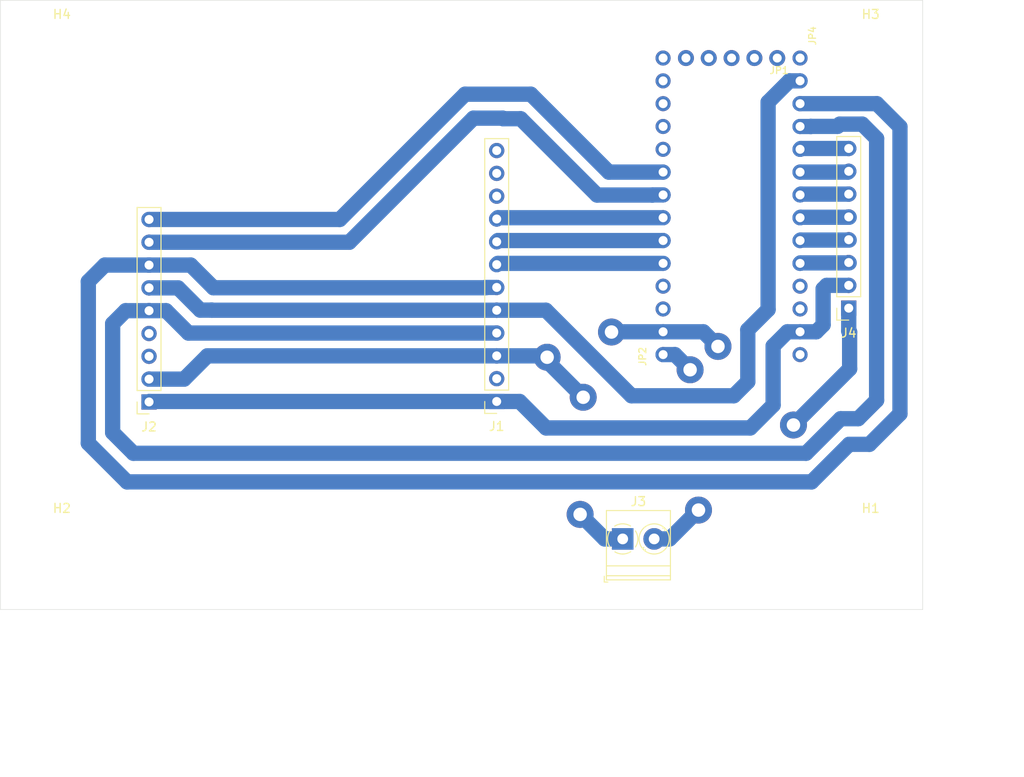
<source format=kicad_pcb>
(kicad_pcb (version 20171130) (host pcbnew 5.0.2-bee76a0~70~ubuntu18.04.1)

  (general
    (thickness 1.6)
    (drawings 7)
    (tracks 123)
    (zones 0)
    (modules 11)
    (nets 18)
  )

  (page A4)
  (layers
    (0 Top signal)
    (1 Route2 signal)
    (2 Route15 signal)
    (31 Bottom signal)
    (32 B.Adhes user)
    (33 F.Adhes user)
    (34 B.Paste user)
    (35 F.Paste user)
    (36 B.SilkS user)
    (37 F.SilkS user)
    (38 B.Mask user)
    (39 F.Mask user)
    (40 Dwgs.User user)
    (41 Cmts.User user)
    (42 Eco1.User user)
    (43 Eco2.User user)
    (44 Edge.Cuts user)
    (45 Margin user)
    (46 B.CrtYd user)
    (47 F.CrtYd user)
    (48 B.Fab user)
    (49 F.Fab user)
  )

  (setup
    (last_trace_width 1.7)
    (user_trace_width 1.7)
    (user_trace_width 3)
    (trace_clearance 0.2)
    (zone_clearance 0.508)
    (zone_45_only no)
    (trace_min 0.2)
    (segment_width 0.2)
    (edge_width 0.05)
    (via_size 0.8)
    (via_drill 0.4)
    (via_min_size 0.4)
    (via_min_drill 0.3)
    (user_via 3 1.5)
    (uvia_size 0.3)
    (uvia_drill 0.1)
    (uvias_allowed no)
    (uvia_min_size 0.2)
    (uvia_min_drill 0.1)
    (pcb_text_width 0.3)
    (pcb_text_size 1.5 1.5)
    (mod_edge_width 0.12)
    (mod_text_size 1 1)
    (mod_text_width 0.15)
    (pad_size 1.524 1.524)
    (pad_drill 0.762)
    (pad_to_mask_clearance 0.051)
    (solder_mask_min_width 0.25)
    (aux_axis_origin 0 0)
    (visible_elements FFFFFF7F)
    (pcbplotparams
      (layerselection 0x010fc_ffffffff)
      (usegerberextensions false)
      (usegerberattributes false)
      (usegerberadvancedattributes false)
      (creategerberjobfile false)
      (excludeedgelayer true)
      (linewidth 0.100000)
      (plotframeref false)
      (viasonmask false)
      (mode 1)
      (useauxorigin false)
      (hpglpennumber 1)
      (hpglpenspeed 20)
      (hpglpendiameter 15.000000)
      (psnegative false)
      (psa4output false)
      (plotreference true)
      (plotvalue true)
      (plotinvisibletext false)
      (padsonsilk false)
      (subtractmaskfromsilk false)
      (outputformat 1)
      (mirror false)
      (drillshape 0)
      (scaleselection 1)
      (outputdirectory "gerbs/"))
  )

  (net 0 "")
  (net 1 GND)
  (net 2 MOSI)
  (net 3 MISO)
  (net 4 SCK)
  (net 5 +3V3)
  (net 6 VBAT)
  (net 7 /A0)
  (net 8 /A1)
  (net 9 /A2)
  (net 10 /A3)
  (net 11 /A4)
  (net 12 /A5)
  (net 13 E_CS)
  (net 14 E_BUSY)
  (net 15 E_~RST)
  (net 16 L_CS)
  (net 17 L_RST)

  (net_class Default "This is the default net class."
    (clearance 0.2)
    (trace_width 0.25)
    (via_dia 0.8)
    (via_drill 0.4)
    (uvia_dia 0.3)
    (uvia_drill 0.1)
    (add_net +3V3)
    (add_net /A0)
    (add_net /A1)
    (add_net /A2)
    (add_net /A3)
    (add_net /A4)
    (add_net /A5)
    (add_net E_BUSY)
    (add_net E_CS)
    (add_net E_~RST)
    (add_net GND)
    (add_net L_CS)
    (add_net L_RST)
    (add_net MISO)
    (add_net MOSI)
    (add_net SCK)
    (add_net VBAT)
  )

  (module ib4:1X14_ROUND70 (layer Top) (tedit 0) (tstamp 5D9266CF)
    (at 105.9942 50.1015 90)
    (path /FA93C76E)
    (fp_text reference JP2 (at -17.8562 -1.8288 90) (layer F.SilkS)
      (effects (font (size 0.77216 0.77216) (thickness 0.138988)) (justify left bottom))
    )
    (fp_text value HEADER-1X14 (at -17.78 3.175 90) (layer F.Fab)
      (effects (font (size 0.38608 0.38608) (thickness 0.038608)) (justify left bottom))
    )
    (fp_poly (pts (xy 16.256 0.254) (xy 16.764 0.254) (xy 16.764 -0.254) (xy 16.256 -0.254)) (layer F.Fab) (width 0))
    (fp_poly (pts (xy 13.716 0.254) (xy 14.224 0.254) (xy 14.224 -0.254) (xy 13.716 -0.254)) (layer F.Fab) (width 0))
    (fp_poly (pts (xy 11.176 0.254) (xy 11.684 0.254) (xy 11.684 -0.254) (xy 11.176 -0.254)) (layer F.Fab) (width 0))
    (fp_poly (pts (xy 8.636 0.254) (xy 9.144 0.254) (xy 9.144 -0.254) (xy 8.636 -0.254)) (layer F.Fab) (width 0))
    (fp_poly (pts (xy 6.096 0.254) (xy 6.604 0.254) (xy 6.604 -0.254) (xy 6.096 -0.254)) (layer F.Fab) (width 0))
    (fp_poly (pts (xy -16.764 0.254) (xy -16.256 0.254) (xy -16.256 -0.254) (xy -16.764 -0.254)) (layer F.Fab) (width 0))
    (fp_poly (pts (xy -14.224 0.254) (xy -13.716 0.254) (xy -13.716 -0.254) (xy -14.224 -0.254)) (layer F.Fab) (width 0))
    (fp_poly (pts (xy -11.684 0.254) (xy -11.176 0.254) (xy -11.176 -0.254) (xy -11.684 -0.254)) (layer F.Fab) (width 0))
    (fp_poly (pts (xy -9.144 0.254) (xy -8.636 0.254) (xy -8.636 -0.254) (xy -9.144 -0.254)) (layer F.Fab) (width 0))
    (fp_poly (pts (xy -6.604 0.254) (xy -6.096 0.254) (xy -6.096 -0.254) (xy -6.604 -0.254)) (layer F.Fab) (width 0))
    (fp_poly (pts (xy -4.064 0.254) (xy -3.556 0.254) (xy -3.556 -0.254) (xy -4.064 -0.254)) (layer F.Fab) (width 0))
    (fp_poly (pts (xy -1.524 0.254) (xy -1.016 0.254) (xy -1.016 -0.254) (xy -1.524 -0.254)) (layer F.Fab) (width 0))
    (fp_poly (pts (xy 1.016 0.254) (xy 1.524 0.254) (xy 1.524 -0.254) (xy 1.016 -0.254)) (layer F.Fab) (width 0))
    (fp_poly (pts (xy 3.556 0.254) (xy 4.064 0.254) (xy 4.064 -0.254) (xy 3.556 -0.254)) (layer F.Fab) (width 0))
    (fp_line (start -17.78 -0.635) (end -17.78 0.635) (layer F.Fab) (width 0.2032))
    (pad 14 thru_hole circle (at 16.51 0 180) (size 1.6764 1.6764) (drill 1) (layers *.Cu *.Mask)
      (solder_mask_margin 0.0508))
    (pad 13 thru_hole circle (at 13.97 0 180) (size 1.6764 1.6764) (drill 1) (layers *.Cu *.Mask)
      (solder_mask_margin 0.0508))
    (pad 12 thru_hole circle (at 11.43 0 180) (size 1.6764 1.6764) (drill 1) (layers *.Cu *.Mask)
      (solder_mask_margin 0.0508))
    (pad 11 thru_hole circle (at 8.89 0 180) (size 1.6764 1.6764) (drill 1) (layers *.Cu *.Mask)
      (solder_mask_margin 0.0508))
    (pad 10 thru_hole circle (at 6.35 0 180) (size 1.6764 1.6764) (drill 1) (layers *.Cu *.Mask)
      (solder_mask_margin 0.0508))
    (pad 9 thru_hole circle (at 3.81 0 180) (size 1.6764 1.6764) (drill 1) (layers *.Cu *.Mask)
      (net 17 L_RST) (solder_mask_margin 0.0508))
    (pad 8 thru_hole circle (at 1.27 0 180) (size 1.6764 1.6764) (drill 1) (layers *.Cu *.Mask)
      (net 16 L_CS) (solder_mask_margin 0.0508))
    (pad 7 thru_hole circle (at -1.27 0 180) (size 1.6764 1.6764) (drill 1) (layers *.Cu *.Mask)
      (net 15 E_~RST) (solder_mask_margin 0.0508))
    (pad 6 thru_hole circle (at -3.81 0 180) (size 1.6764 1.6764) (drill 1) (layers *.Cu *.Mask)
      (net 14 E_BUSY) (solder_mask_margin 0.0508))
    (pad 5 thru_hole circle (at -6.35 0 180) (size 1.6764 1.6764) (drill 1) (layers *.Cu *.Mask)
      (net 13 E_CS) (solder_mask_margin 0.0508))
    (pad 4 thru_hole circle (at -8.89 0 180) (size 1.6764 1.6764) (drill 1) (layers *.Cu *.Mask)
      (solder_mask_margin 0.0508))
    (pad 3 thru_hole circle (at -11.43 0 180) (size 1.6764 1.6764) (drill 1) (layers *.Cu *.Mask)
      (solder_mask_margin 0.0508))
    (pad 2 thru_hole circle (at -13.97 0 180) (size 1.6764 1.6764) (drill 1) (layers *.Cu *.Mask)
      (net 1 GND) (solder_mask_margin 0.0508))
    (pad 1 thru_hole circle (at -16.51 0 180) (size 1.6764 1.6764) (drill 1) (layers *.Cu *.Mask)
      (net 6 VBAT) (solder_mask_margin 0.0508))
  )

  (module ib4:1X14_ROUND70 (layer Top) (tedit 0) (tstamp 5D92666F)
    (at 121.2342 50.1015 270)
    (path /47274FB3)
    (fp_text reference JP4 (at -17.8562 -1.8288 90) (layer F.SilkS)
      (effects (font (size 0.77216 0.77216) (thickness 0.138988)) (justify left bottom))
    )
    (fp_text value HEADER-1X14 (at -17.78 3.175 90) (layer F.Fab)
      (effects (font (size 0.38608 0.38608) (thickness 0.038608)) (justify left bottom))
    )
    (fp_poly (pts (xy 16.256 0.254) (xy 16.764 0.254) (xy 16.764 -0.254) (xy 16.256 -0.254)) (layer F.Fab) (width 0))
    (fp_poly (pts (xy 13.716 0.254) (xy 14.224 0.254) (xy 14.224 -0.254) (xy 13.716 -0.254)) (layer F.Fab) (width 0))
    (fp_poly (pts (xy 11.176 0.254) (xy 11.684 0.254) (xy 11.684 -0.254) (xy 11.176 -0.254)) (layer F.Fab) (width 0))
    (fp_poly (pts (xy 8.636 0.254) (xy 9.144 0.254) (xy 9.144 -0.254) (xy 8.636 -0.254)) (layer F.Fab) (width 0))
    (fp_poly (pts (xy 6.096 0.254) (xy 6.604 0.254) (xy 6.604 -0.254) (xy 6.096 -0.254)) (layer F.Fab) (width 0))
    (fp_poly (pts (xy -16.764 0.254) (xy -16.256 0.254) (xy -16.256 -0.254) (xy -16.764 -0.254)) (layer F.Fab) (width 0))
    (fp_poly (pts (xy -14.224 0.254) (xy -13.716 0.254) (xy -13.716 -0.254) (xy -14.224 -0.254)) (layer F.Fab) (width 0))
    (fp_poly (pts (xy -11.684 0.254) (xy -11.176 0.254) (xy -11.176 -0.254) (xy -11.684 -0.254)) (layer F.Fab) (width 0))
    (fp_poly (pts (xy -9.144 0.254) (xy -8.636 0.254) (xy -8.636 -0.254) (xy -9.144 -0.254)) (layer F.Fab) (width 0))
    (fp_poly (pts (xy -6.604 0.254) (xy -6.096 0.254) (xy -6.096 -0.254) (xy -6.604 -0.254)) (layer F.Fab) (width 0))
    (fp_poly (pts (xy -4.064 0.254) (xy -3.556 0.254) (xy -3.556 -0.254) (xy -4.064 -0.254)) (layer F.Fab) (width 0))
    (fp_poly (pts (xy -1.524 0.254) (xy -1.016 0.254) (xy -1.016 -0.254) (xy -1.524 -0.254)) (layer F.Fab) (width 0))
    (fp_poly (pts (xy 1.016 0.254) (xy 1.524 0.254) (xy 1.524 -0.254) (xy 1.016 -0.254)) (layer F.Fab) (width 0))
    (fp_poly (pts (xy 3.556 0.254) (xy 4.064 0.254) (xy 4.064 -0.254) (xy 3.556 -0.254)) (layer F.Fab) (width 0))
    (fp_line (start -17.78 -0.635) (end -17.78 0.635) (layer F.Fab) (width 0.2032))
    (pad 14 thru_hole circle (at 16.51 0) (size 1.6764 1.6764) (drill 1) (layers *.Cu *.Mask)
      (solder_mask_margin 0.0508))
    (pad 13 thru_hole circle (at 13.97 0) (size 1.6764 1.6764) (drill 1) (layers *.Cu *.Mask)
      (net 5 +3V3) (solder_mask_margin 0.0508))
    (pad 12 thru_hole circle (at 11.43 0) (size 1.6764 1.6764) (drill 1) (layers *.Cu *.Mask)
      (solder_mask_margin 0.0508))
    (pad 11 thru_hole circle (at 8.89 0) (size 1.6764 1.6764) (drill 1) (layers *.Cu *.Mask)
      (solder_mask_margin 0.0508))
    (pad 10 thru_hole circle (at 6.35 0) (size 1.6764 1.6764) (drill 1) (layers *.Cu *.Mask)
      (net 7 /A0) (solder_mask_margin 0.0508))
    (pad 9 thru_hole circle (at 3.81 0) (size 1.6764 1.6764) (drill 1) (layers *.Cu *.Mask)
      (net 8 /A1) (solder_mask_margin 0.0508))
    (pad 8 thru_hole circle (at 1.27 0) (size 1.6764 1.6764) (drill 1) (layers *.Cu *.Mask)
      (net 9 /A2) (solder_mask_margin 0.0508))
    (pad 7 thru_hole circle (at -1.27 0) (size 1.6764 1.6764) (drill 1) (layers *.Cu *.Mask)
      (net 10 /A3) (solder_mask_margin 0.0508))
    (pad 6 thru_hole circle (at -3.81 0) (size 1.6764 1.6764) (drill 1) (layers *.Cu *.Mask)
      (net 11 /A4) (solder_mask_margin 0.0508))
    (pad 5 thru_hole circle (at -6.35 0) (size 1.6764 1.6764) (drill 1) (layers *.Cu *.Mask)
      (net 12 /A5) (solder_mask_margin 0.0508))
    (pad 4 thru_hole circle (at -8.89 0) (size 1.6764 1.6764) (drill 1) (layers *.Cu *.Mask)
      (net 4 SCK) (solder_mask_margin 0.0508))
    (pad 3 thru_hole circle (at -11.43 0) (size 1.6764 1.6764) (drill 1) (layers *.Cu *.Mask)
      (net 2 MOSI) (solder_mask_margin 0.0508))
    (pad 2 thru_hole circle (at -13.97 0) (size 1.6764 1.6764) (drill 1) (layers *.Cu *.Mask)
      (net 3 MISO) (solder_mask_margin 0.0508))
    (pad 1 thru_hole circle (at -16.51 0) (size 1.6764 1.6764) (drill 1) (layers *.Cu *.Mask)
      (solder_mask_margin 0.0508))
  )

  (module ib4:1X05_ROUND_70 (layer Top) (tedit 0) (tstamp 5D926633)
    (at 113.6142 33.5915 180)
    (path /2F430EF2)
    (fp_text reference JP1 (at -6.4262 -1.8288) (layer F.SilkS)
      (effects (font (size 0.77216 0.77216) (thickness 0.138988)) (justify right bottom))
    )
    (fp_text value HEADER-1X570MIL (at -6.35 3.175) (layer F.Fab)
      (effects (font (size 0.38608 0.38608) (thickness 0.038608)) (justify right bottom))
    )
    (fp_poly (pts (xy 4.826 0.254) (xy 5.334 0.254) (xy 5.334 -0.254) (xy 4.826 -0.254)) (layer F.Fab) (width 0))
    (fp_poly (pts (xy -5.334 0.254) (xy -4.826 0.254) (xy -4.826 -0.254) (xy -5.334 -0.254)) (layer F.Fab) (width 0))
    (fp_poly (pts (xy -2.794 0.254) (xy -2.286 0.254) (xy -2.286 -0.254) (xy -2.794 -0.254)) (layer F.Fab) (width 0))
    (fp_poly (pts (xy -0.254 0.254) (xy 0.254 0.254) (xy 0.254 -0.254) (xy -0.254 -0.254)) (layer F.Fab) (width 0))
    (fp_poly (pts (xy 2.286 0.254) (xy 2.794 0.254) (xy 2.794 -0.254) (xy 2.286 -0.254)) (layer F.Fab) (width 0))
    (fp_line (start -6.35 -0.635) (end -6.35 0.635) (layer F.Fab) (width 0.2032))
    (pad 5 thru_hole circle (at 5.08 0 270) (size 1.778 1.778) (drill 1) (layers *.Cu *.Mask)
      (solder_mask_margin 0.0508))
    (pad 4 thru_hole circle (at 2.54 0 270) (size 1.778 1.778) (drill 1) (layers *.Cu *.Mask)
      (solder_mask_margin 0.0508))
    (pad 3 thru_hole circle (at 0 0 270) (size 1.778 1.778) (drill 1) (layers *.Cu *.Mask)
      (solder_mask_margin 0.0508))
    (pad 2 thru_hole circle (at -2.54 0 270) (size 1.778 1.778) (drill 1) (layers *.Cu *.Mask)
      (solder_mask_margin 0.0508))
    (pad 1 thru_hole circle (at -5.08 0 270) (size 1.778 1.778) (drill 1) (layers *.Cu *.Mask)
      (solder_mask_margin 0.0508))
  )

  (module Connector_PinSocket_2.54mm:PinSocket_1x12_P2.54mm_Vertical (layer Top) (tedit 5A19A41D) (tstamp 5D925CD2)
    (at 87.4776 71.8312 180)
    (descr "Through hole straight socket strip, 1x12, 2.54mm pitch, single row (from Kicad 4.0.7), script generated")
    (tags "Through hole socket strip THT 1x12 2.54mm single row")
    (path /5D953D46)
    (fp_text reference J1 (at 0 -2.77) (layer F.SilkS)
      (effects (font (size 1 1) (thickness 0.15)))
    )
    (fp_text value Conn_01x12_Female (at 0 30.71) (layer F.Fab)
      (effects (font (size 1 1) (thickness 0.15)))
    )
    (fp_line (start -1.27 -1.27) (end 0.635 -1.27) (layer F.Fab) (width 0.1))
    (fp_line (start 0.635 -1.27) (end 1.27 -0.635) (layer F.Fab) (width 0.1))
    (fp_line (start 1.27 -0.635) (end 1.27 29.21) (layer F.Fab) (width 0.1))
    (fp_line (start 1.27 29.21) (end -1.27 29.21) (layer F.Fab) (width 0.1))
    (fp_line (start -1.27 29.21) (end -1.27 -1.27) (layer F.Fab) (width 0.1))
    (fp_line (start -1.33 1.27) (end 1.33 1.27) (layer F.SilkS) (width 0.12))
    (fp_line (start -1.33 1.27) (end -1.33 29.27) (layer F.SilkS) (width 0.12))
    (fp_line (start -1.33 29.27) (end 1.33 29.27) (layer F.SilkS) (width 0.12))
    (fp_line (start 1.33 1.27) (end 1.33 29.27) (layer F.SilkS) (width 0.12))
    (fp_line (start 1.33 -1.33) (end 1.33 0) (layer F.SilkS) (width 0.12))
    (fp_line (start 0 -1.33) (end 1.33 -1.33) (layer F.SilkS) (width 0.12))
    (fp_line (start -1.8 -1.8) (end 1.75 -1.8) (layer F.CrtYd) (width 0.05))
    (fp_line (start 1.75 -1.8) (end 1.75 29.7) (layer F.CrtYd) (width 0.05))
    (fp_line (start 1.75 29.7) (end -1.8 29.7) (layer F.CrtYd) (width 0.05))
    (fp_line (start -1.8 29.7) (end -1.8 -1.8) (layer F.CrtYd) (width 0.05))
    (fp_text user %R (at 0 13.97 90) (layer F.Fab)
      (effects (font (size 1 1) (thickness 0.15)))
    )
    (pad 1 thru_hole rect (at 0 0 180) (size 1.7 1.7) (drill 1) (layers *.Cu *.Mask)
      (net 5 +3V3))
    (pad 2 thru_hole oval (at 0 2.54 180) (size 1.7 1.7) (drill 1) (layers *.Cu *.Mask))
    (pad 3 thru_hole oval (at 0 5.08 180) (size 1.7 1.7) (drill 1) (layers *.Cu *.Mask)
      (net 1 GND))
    (pad 4 thru_hole oval (at 0 7.62 180) (size 1.7 1.7) (drill 1) (layers *.Cu *.Mask)
      (net 4 SCK))
    (pad 5 thru_hole oval (at 0 10.16 180) (size 1.7 1.7) (drill 1) (layers *.Cu *.Mask)
      (net 3 MISO))
    (pad 6 thru_hole oval (at 0 12.7 180) (size 1.7 1.7) (drill 1) (layers *.Cu *.Mask)
      (net 2 MOSI))
    (pad 7 thru_hole oval (at 0 15.24 180) (size 1.7 1.7) (drill 1) (layers *.Cu *.Mask)
      (net 13 E_CS))
    (pad 8 thru_hole oval (at 0 17.78 180) (size 1.7 1.7) (drill 1) (layers *.Cu *.Mask)
      (net 14 E_BUSY))
    (pad 9 thru_hole oval (at 0 20.32 180) (size 1.7 1.7) (drill 1) (layers *.Cu *.Mask)
      (net 15 E_~RST))
    (pad 10 thru_hole oval (at 0 22.86 180) (size 1.7 1.7) (drill 1) (layers *.Cu *.Mask))
    (pad 11 thru_hole oval (at 0 25.4 180) (size 1.7 1.7) (drill 1) (layers *.Cu *.Mask))
    (pad 12 thru_hole oval (at 0 27.94 180) (size 1.7 1.7) (drill 1) (layers *.Cu *.Mask))
    (model ${KISYS3DMOD}/Connector_PinSocket_2.54mm.3dshapes/PinSocket_1x12_P2.54mm_Vertical.wrl
      (at (xyz 0 0 0))
      (scale (xyz 1 1 1))
      (rotate (xyz 0 0 0))
    )
  )

  (module Connector_PinSocket_2.54mm:PinSocket_1x09_P2.54mm_Vertical (layer Top) (tedit 5A19A431) (tstamp 5D926278)
    (at 48.7934 71.882 180)
    (descr "Through hole straight socket strip, 1x09, 2.54mm pitch, single row (from Kicad 4.0.7), script generated")
    (tags "Through hole socket strip THT 1x09 2.54mm single row")
    (path /5D954A56)
    (fp_text reference J2 (at 0 -2.77) (layer F.SilkS)
      (effects (font (size 1 1) (thickness 0.15)))
    )
    (fp_text value Conn_01x09_Female (at 0 23.09) (layer F.Fab)
      (effects (font (size 1 1) (thickness 0.15)))
    )
    (fp_line (start -1.27 -1.27) (end 0.635 -1.27) (layer F.Fab) (width 0.1))
    (fp_line (start 0.635 -1.27) (end 1.27 -0.635) (layer F.Fab) (width 0.1))
    (fp_line (start 1.27 -0.635) (end 1.27 21.59) (layer F.Fab) (width 0.1))
    (fp_line (start 1.27 21.59) (end -1.27 21.59) (layer F.Fab) (width 0.1))
    (fp_line (start -1.27 21.59) (end -1.27 -1.27) (layer F.Fab) (width 0.1))
    (fp_line (start -1.33 1.27) (end 1.33 1.27) (layer F.SilkS) (width 0.12))
    (fp_line (start -1.33 1.27) (end -1.33 21.65) (layer F.SilkS) (width 0.12))
    (fp_line (start -1.33 21.65) (end 1.33 21.65) (layer F.SilkS) (width 0.12))
    (fp_line (start 1.33 1.27) (end 1.33 21.65) (layer F.SilkS) (width 0.12))
    (fp_line (start 1.33 -1.33) (end 1.33 0) (layer F.SilkS) (width 0.12))
    (fp_line (start 0 -1.33) (end 1.33 -1.33) (layer F.SilkS) (width 0.12))
    (fp_line (start -1.8 -1.8) (end 1.75 -1.8) (layer F.CrtYd) (width 0.05))
    (fp_line (start 1.75 -1.8) (end 1.75 22.1) (layer F.CrtYd) (width 0.05))
    (fp_line (start 1.75 22.1) (end -1.8 22.1) (layer F.CrtYd) (width 0.05))
    (fp_line (start -1.8 22.1) (end -1.8 -1.8) (layer F.CrtYd) (width 0.05))
    (fp_text user %R (at 0 10.16 90) (layer F.Fab)
      (effects (font (size 1 1) (thickness 0.15)))
    )
    (pad 1 thru_hole rect (at 0 0 180) (size 1.7 1.7) (drill 1) (layers *.Cu *.Mask)
      (net 5 +3V3))
    (pad 2 thru_hole oval (at 0 2.54 180) (size 1.7 1.7) (drill 1) (layers *.Cu *.Mask)
      (net 1 GND))
    (pad 3 thru_hole oval (at 0 5.08 180) (size 1.7 1.7) (drill 1) (layers *.Cu *.Mask))
    (pad 4 thru_hole oval (at 0 7.62 180) (size 1.7 1.7) (drill 1) (layers *.Cu *.Mask))
    (pad 5 thru_hole oval (at 0 10.16 180) (size 1.7 1.7) (drill 1) (layers *.Cu *.Mask)
      (net 4 SCK))
    (pad 6 thru_hole oval (at 0 12.7 180) (size 1.7 1.7) (drill 1) (layers *.Cu *.Mask)
      (net 3 MISO))
    (pad 7 thru_hole oval (at 0 15.24 180) (size 1.7 1.7) (drill 1) (layers *.Cu *.Mask)
      (net 2 MOSI))
    (pad 8 thru_hole oval (at 0 17.78 180) (size 1.7 1.7) (drill 1) (layers *.Cu *.Mask)
      (net 16 L_CS))
    (pad 9 thru_hole oval (at 0 20.32 180) (size 1.7 1.7) (drill 1) (layers *.Cu *.Mask)
      (net 17 L_RST))
    (model ${KISYS3DMOD}/Connector_PinSocket_2.54mm.3dshapes/PinSocket_1x09_P2.54mm_Vertical.wrl
      (at (xyz 0 0 0))
      (scale (xyz 1 1 1))
      (rotate (xyz 0 0 0))
    )
  )

  (module TerminalBlock_Phoenix:TerminalBlock_Phoenix_PT-1,5-2-3.5-H_1x02_P3.50mm_Horizontal (layer Top) (tedit 5B294F3F) (tstamp 5D926CC6)
    (at 101.4984 87.1347)
    (descr "Terminal Block Phoenix PT-1,5-2-3.5-H, 2 pins, pitch 3.5mm, size 7x7.6mm^2, drill diamater 1.2mm, pad diameter 2.4mm, see , script-generated using https://github.com/pointhi/kicad-footprint-generator/scripts/TerminalBlock_Phoenix")
    (tags "THT Terminal Block Phoenix PT-1,5-2-3.5-H pitch 3.5mm size 7x7.6mm^2 drill 1.2mm pad 2.4mm")
    (path /5D992817)
    (fp_text reference J3 (at 1.75 -4.16) (layer F.SilkS)
      (effects (font (size 1 1) (thickness 0.15)))
    )
    (fp_text value Screw_Terminal_01x02 (at 1.75 5.56) (layer F.Fab)
      (effects (font (size 1 1) (thickness 0.15)))
    )
    (fp_arc (start 0 0) (end 0 1.68) (angle -32) (layer F.SilkS) (width 0.12))
    (fp_arc (start 0 0) (end 1.425 0.891) (angle -64) (layer F.SilkS) (width 0.12))
    (fp_arc (start 0 0) (end 0.866 -1.44) (angle -63) (layer F.SilkS) (width 0.12))
    (fp_arc (start 0 0) (end -1.44 -0.866) (angle -63) (layer F.SilkS) (width 0.12))
    (fp_arc (start 0 0) (end -0.866 1.44) (angle -32) (layer F.SilkS) (width 0.12))
    (fp_circle (center 0 0) (end 1.5 0) (layer F.Fab) (width 0.1))
    (fp_circle (center 3.5 0) (end 5 0) (layer F.Fab) (width 0.1))
    (fp_circle (center 3.5 0) (end 5.18 0) (layer F.SilkS) (width 0.12))
    (fp_line (start -1.75 -3.1) (end 5.25 -3.1) (layer F.Fab) (width 0.1))
    (fp_line (start 5.25 -3.1) (end 5.25 4.5) (layer F.Fab) (width 0.1))
    (fp_line (start 5.25 4.5) (end -1.35 4.5) (layer F.Fab) (width 0.1))
    (fp_line (start -1.35 4.5) (end -1.75 4.1) (layer F.Fab) (width 0.1))
    (fp_line (start -1.75 4.1) (end -1.75 -3.1) (layer F.Fab) (width 0.1))
    (fp_line (start -1.75 4.1) (end 5.25 4.1) (layer F.Fab) (width 0.1))
    (fp_line (start -1.81 4.1) (end 5.31 4.1) (layer F.SilkS) (width 0.12))
    (fp_line (start -1.75 3) (end 5.25 3) (layer F.Fab) (width 0.1))
    (fp_line (start -1.81 3) (end 5.31 3) (layer F.SilkS) (width 0.12))
    (fp_line (start -1.81 -3.16) (end 5.31 -3.16) (layer F.SilkS) (width 0.12))
    (fp_line (start -1.81 4.56) (end 5.31 4.56) (layer F.SilkS) (width 0.12))
    (fp_line (start -1.81 -3.16) (end -1.81 4.56) (layer F.SilkS) (width 0.12))
    (fp_line (start 5.31 -3.16) (end 5.31 4.56) (layer F.SilkS) (width 0.12))
    (fp_line (start 1.138 -0.955) (end -0.955 1.138) (layer F.Fab) (width 0.1))
    (fp_line (start 0.955 -1.138) (end -1.138 0.955) (layer F.Fab) (width 0.1))
    (fp_line (start 4.638 -0.955) (end 2.546 1.138) (layer F.Fab) (width 0.1))
    (fp_line (start 4.455 -1.138) (end 2.363 0.955) (layer F.Fab) (width 0.1))
    (fp_line (start 4.775 -1.069) (end 4.646 -0.941) (layer F.SilkS) (width 0.12))
    (fp_line (start 2.525 1.181) (end 2.431 1.274) (layer F.SilkS) (width 0.12))
    (fp_line (start 4.57 -1.275) (end 4.476 -1.181) (layer F.SilkS) (width 0.12))
    (fp_line (start 2.355 0.941) (end 2.226 1.069) (layer F.SilkS) (width 0.12))
    (fp_line (start -2.05 4.16) (end -2.05 4.8) (layer F.SilkS) (width 0.12))
    (fp_line (start -2.05 4.8) (end -1.65 4.8) (layer F.SilkS) (width 0.12))
    (fp_line (start -2.25 -3.6) (end -2.25 5) (layer F.CrtYd) (width 0.05))
    (fp_line (start -2.25 5) (end 5.75 5) (layer F.CrtYd) (width 0.05))
    (fp_line (start 5.75 5) (end 5.75 -3.6) (layer F.CrtYd) (width 0.05))
    (fp_line (start 5.75 -3.6) (end -2.25 -3.6) (layer F.CrtYd) (width 0.05))
    (fp_text user %R (at 1.75 2.4) (layer F.Fab)
      (effects (font (size 1 1) (thickness 0.15)))
    )
    (pad 1 thru_hole rect (at 0 0) (size 2.4 2.4) (drill 1.2) (layers *.Cu *.Mask)
      (net 1 GND))
    (pad 2 thru_hole circle (at 3.5 0) (size 2.4 2.4) (drill 1.2) (layers *.Cu *.Mask)
      (net 6 VBAT))
    (model ${KISYS3DMOD}/TerminalBlock_Phoenix.3dshapes/TerminalBlock_Phoenix_PT-1,5-2-3.5-H_1x02_P3.50mm_Horizontal.wrl
      (at (xyz 0 0 0))
      (scale (xyz 1 1 1))
      (rotate (xyz 0 0 0))
    )
  )

  (module MountingHole:MountingHole_2.7mm_M2.5 (layer Top) (tedit 56D1B4CB) (tstamp 5D926E2D)
    (at 129.0906 87.4231)
    (descr "Mounting Hole 2.7mm, no annular, M2.5")
    (tags "mounting hole 2.7mm no annular m2.5")
    (path /5D99EBDD)
    (attr virtual)
    (fp_text reference H1 (at 0 -3.7) (layer F.SilkS)
      (effects (font (size 1 1) (thickness 0.15)))
    )
    (fp_text value MountingHole (at 0 3.7) (layer F.Fab)
      (effects (font (size 1 1) (thickness 0.15)))
    )
    (fp_text user %R (at 0.3 0) (layer F.Fab)
      (effects (font (size 1 1) (thickness 0.15)))
    )
    (fp_circle (center 0 0) (end 2.7 0) (layer Cmts.User) (width 0.15))
    (fp_circle (center 0 0) (end 2.95 0) (layer F.CrtYd) (width 0.05))
    (pad 1 np_thru_hole circle (at 0 0) (size 2.7 2.7) (drill 2.7) (layers *.Cu *.Mask))
  )

  (module MountingHole:MountingHole_2.7mm_M2.5 (layer Top) (tedit 56D1B4CB) (tstamp 5D926E42)
    (at 39.0906 87.4231)
    (descr "Mounting Hole 2.7mm, no annular, M2.5")
    (tags "mounting hole 2.7mm no annular m2.5")
    (path /5D99FC38)
    (attr virtual)
    (fp_text reference H2 (at 0 -3.7) (layer F.SilkS)
      (effects (font (size 1 1) (thickness 0.15)))
    )
    (fp_text value MountingHole (at 0 3.7) (layer F.Fab)
      (effects (font (size 1 1) (thickness 0.15)))
    )
    (fp_circle (center 0 0) (end 2.95 0) (layer F.CrtYd) (width 0.05))
    (fp_circle (center 0 0) (end 2.7 0) (layer Cmts.User) (width 0.15))
    (fp_text user %R (at 0.3 0) (layer F.Fab)
      (effects (font (size 1 1) (thickness 0.15)))
    )
    (pad 1 np_thru_hole circle (at 0 0) (size 2.7 2.7) (drill 2.7) (layers *.Cu *.Mask))
  )

  (module MountingHole:MountingHole_2.7mm_M2.5 (layer Top) (tedit 56D1B4CB) (tstamp 5D926E6C)
    (at 129.0906 32.4231)
    (descr "Mounting Hole 2.7mm, no annular, M2.5")
    (tags "mounting hole 2.7mm no annular m2.5")
    (path /5D99FE70)
    (attr virtual)
    (fp_text reference H3 (at 0 -3.7) (layer F.SilkS)
      (effects (font (size 1 1) (thickness 0.15)))
    )
    (fp_text value MountingHole (at 0 3.7) (layer F.Fab)
      (effects (font (size 1 1) (thickness 0.15)))
    )
    (fp_text user %R (at 0.3 0) (layer F.Fab)
      (effects (font (size 1 1) (thickness 0.15)))
    )
    (fp_circle (center 0 0) (end 2.7 0) (layer Cmts.User) (width 0.15))
    (fp_circle (center 0 0) (end 2.95 0) (layer F.CrtYd) (width 0.05))
    (pad 1 np_thru_hole circle (at 0 0) (size 2.7 2.7) (drill 2.7) (layers *.Cu *.Mask))
  )

  (module MountingHole:MountingHole_2.7mm_M2.5 (layer Top) (tedit 56D1B4CB) (tstamp 5D926E57)
    (at 39.0906 32.4231)
    (descr "Mounting Hole 2.7mm, no annular, M2.5")
    (tags "mounting hole 2.7mm no annular m2.5")
    (path /5D99FFF4)
    (attr virtual)
    (fp_text reference H4 (at 0 -3.7) (layer F.SilkS)
      (effects (font (size 1 1) (thickness 0.15)))
    )
    (fp_text value MountingHole (at 0 3.7) (layer F.Fab)
      (effects (font (size 1 1) (thickness 0.15)))
    )
    (fp_circle (center 0 0) (end 2.95 0) (layer F.CrtYd) (width 0.05))
    (fp_circle (center 0 0) (end 2.7 0) (layer Cmts.User) (width 0.15))
    (fp_text user %R (at 0.3 0) (layer F.Fab)
      (effects (font (size 1 1) (thickness 0.15)))
    )
    (pad 1 np_thru_hole circle (at 0 0) (size 2.7 2.7) (drill 2.7) (layers *.Cu *.Mask))
  )

  (module Connector_PinSocket_2.54mm:PinSocket_1x08_P2.54mm_Vertical (layer Top) (tedit 5A19A420) (tstamp 5D9274CE)
    (at 126.65 61.44 180)
    (descr "Through hole straight socket strip, 1x08, 2.54mm pitch, single row (from Kicad 4.0.7), script generated")
    (tags "Through hole socket strip THT 1x08 2.54mm single row")
    (path /5D9A8981)
    (fp_text reference J4 (at 0 -2.77) (layer F.SilkS)
      (effects (font (size 1 1) (thickness 0.15)))
    )
    (fp_text value Conn_01x08_Female (at 0 20.55) (layer F.Fab)
      (effects (font (size 1 1) (thickness 0.15)))
    )
    (fp_line (start -1.27 -1.27) (end 0.635 -1.27) (layer F.Fab) (width 0.1))
    (fp_line (start 0.635 -1.27) (end 1.27 -0.635) (layer F.Fab) (width 0.1))
    (fp_line (start 1.27 -0.635) (end 1.27 19.05) (layer F.Fab) (width 0.1))
    (fp_line (start 1.27 19.05) (end -1.27 19.05) (layer F.Fab) (width 0.1))
    (fp_line (start -1.27 19.05) (end -1.27 -1.27) (layer F.Fab) (width 0.1))
    (fp_line (start -1.33 1.27) (end 1.33 1.27) (layer F.SilkS) (width 0.12))
    (fp_line (start -1.33 1.27) (end -1.33 19.11) (layer F.SilkS) (width 0.12))
    (fp_line (start -1.33 19.11) (end 1.33 19.11) (layer F.SilkS) (width 0.12))
    (fp_line (start 1.33 1.27) (end 1.33 19.11) (layer F.SilkS) (width 0.12))
    (fp_line (start 1.33 -1.33) (end 1.33 0) (layer F.SilkS) (width 0.12))
    (fp_line (start 0 -1.33) (end 1.33 -1.33) (layer F.SilkS) (width 0.12))
    (fp_line (start -1.8 -1.8) (end 1.75 -1.8) (layer F.CrtYd) (width 0.05))
    (fp_line (start 1.75 -1.8) (end 1.75 19.55) (layer F.CrtYd) (width 0.05))
    (fp_line (start 1.75 19.55) (end -1.8 19.55) (layer F.CrtYd) (width 0.05))
    (fp_line (start -1.8 19.55) (end -1.8 -1.8) (layer F.CrtYd) (width 0.05))
    (fp_text user %R (at 0 8.89 180) (layer F.Fab)
      (effects (font (size 1 1) (thickness 0.15)))
    )
    (pad 1 thru_hole rect (at 0 0 180) (size 1.7 1.7) (drill 1) (layers *.Cu *.Mask)
      (net 1 GND))
    (pad 2 thru_hole oval (at 0 2.54 180) (size 1.7 1.7) (drill 1) (layers *.Cu *.Mask)
      (net 5 +3V3))
    (pad 3 thru_hole oval (at 0 5.08 180) (size 1.7 1.7) (drill 1) (layers *.Cu *.Mask)
      (net 7 /A0))
    (pad 4 thru_hole oval (at 0 7.62 180) (size 1.7 1.7) (drill 1) (layers *.Cu *.Mask)
      (net 8 /A1))
    (pad 5 thru_hole oval (at 0 10.16 180) (size 1.7 1.7) (drill 1) (layers *.Cu *.Mask)
      (net 9 /A2))
    (pad 6 thru_hole oval (at 0 12.7 180) (size 1.7 1.7) (drill 1) (layers *.Cu *.Mask)
      (net 10 /A3))
    (pad 7 thru_hole oval (at 0 15.24 180) (size 1.7 1.7) (drill 1) (layers *.Cu *.Mask)
      (net 11 /A4))
    (pad 8 thru_hole oval (at 0 17.78 180) (size 1.7 1.7) (drill 1) (layers *.Cu *.Mask)
      (net 12 /A5))
    (model ${KISYS3DMOD}/Connector_PinSocket_2.54mm.3dshapes/PinSocket_1x08_P2.54mm_Vertical.wrl
      (at (xyz 0 0 0))
      (scale (xyz 1 1 1))
      (rotate (xyz 0 0 0))
    )
  )

  (dimension 67.818 (width 0.1) (layer Dwgs.User)
    (gr_text "67.818 mm" (at 144.76 61.087 270) (layer Dwgs.User)
      (effects (font (size 1 1) (thickness 0.15)))
    )
    (feature1 (pts (xy 134.112 94.996) (xy 144.096421 94.996)))
    (feature2 (pts (xy 134.112 27.178) (xy 144.096421 27.178)))
    (crossbar (pts (xy 143.51 27.178) (xy 143.51 94.996)))
    (arrow1a (pts (xy 143.51 94.996) (xy 142.923579 93.869496)))
    (arrow1b (pts (xy 143.51 94.996) (xy 144.096421 93.869496)))
    (arrow2a (pts (xy 143.51 27.178) (xy 142.923579 28.304504)))
    (arrow2b (pts (xy 143.51 27.178) (xy 144.096421 28.304504)))
  )
  (dimension 102.616 (width 0.1) (layer Dwgs.User)
    (gr_text "102.616 mm" (at 83.566 114.28) (layer Dwgs.User)
      (effects (font (size 1 1) (thickness 0.15)))
    )
    (feature1 (pts (xy 134.874 61.722) (xy 134.874 113.616421)))
    (feature2 (pts (xy 32.258 61.722) (xy 32.258 113.616421)))
    (crossbar (pts (xy 32.258 113.03) (xy 134.874 113.03)))
    (arrow1a (pts (xy 134.874 113.03) (xy 133.747496 113.616421)))
    (arrow1b (pts (xy 134.874 113.03) (xy 133.747496 112.443579)))
    (arrow2a (pts (xy 32.258 113.03) (xy 33.384504 113.616421)))
    (arrow2b (pts (xy 32.258 113.03) (xy 33.384504 112.443579)))
  )
  (gr_line (start 32.258 27.178) (end 32.512 27.178) (layer Edge.Cuts) (width 0.05) (tstamp 5D92722B))
  (gr_line (start 32.258 94.996) (end 32.258 27.178) (layer Edge.Cuts) (width 0.05))
  (gr_line (start 134.874 94.996) (end 32.258 94.996) (layer Edge.Cuts) (width 0.05))
  (gr_line (start 134.874 27.178) (end 134.874 94.996) (layer Edge.Cuts) (width 0.05))
  (gr_line (start 32.512 27.178) (end 134.874 27.178) (layer Edge.Cuts) (width 0.05))

  (segment (start 87.4776 66.7512) (end 55.2831 66.7512) (width 1.7) (layer Bottom) (net 1) (status 10))
  (segment (start 52.6923 69.342) (end 48.7934 69.342) (width 1.7) (layer Bottom) (net 1) (status 20))
  (segment (start 55.2831 66.7512) (end 52.6923 69.342) (width 1.7) (layer Bottom) (net 1))
  (segment (start 87.4776 66.7512) (end 92.9386 66.7512) (width 1.7) (layer Bottom) (net 1) (status 10))
  (via (at 93.091 66.9036) (size 3) (drill 1.5) (layers Top Bottom) (net 1))
  (segment (start 92.9386 66.7512) (end 93.091 66.9036) (width 1.7) (layer Bottom) (net 1))
  (via (at 100.2538 64.0969) (size 3) (drill 1.5) (layers Top Bottom) (net 1))
  (segment (start 105.9942 64.0715) (end 100.2792 64.0715) (width 1.7) (layer Bottom) (net 1) (status 10))
  (segment (start 100.2792 64.0715) (end 100.2538 64.0969) (width 1.7) (layer Bottom) (net 1))
  (via (at 97.1042 71.3613) (size 3) (drill 1.5) (layers Top Bottom) (net 1))
  (segment (start 93.091 66.9036) (end 93.091 67.3481) (width 1.7) (layer Bottom) (net 1))
  (segment (start 93.091 67.3481) (end 97.1042 71.3613) (width 1.7) (layer Bottom) (net 1))
  (via (at 96.7613 84.4042) (size 3) (drill 1.5) (layers Top Bottom) (net 1))
  (segment (start 101.4984 87.1347) (end 99.4918 87.1347) (width 1.7) (layer Bottom) (net 1) (status 10))
  (segment (start 99.4918 87.1347) (end 96.7613 84.4042) (width 1.7) (layer Bottom) (net 1))
  (segment (start 126.65 63.99) (end 126.75 64.09) (width 1.7) (layer Bottom) (net 1))
  (segment (start 126.65 61.44) (end 126.65 63.99) (width 1.7) (layer Bottom) (net 1) (status 10))
  (via (at 120.5 74.45) (size 3) (drill 1.5) (layers Top Bottom) (net 1))
  (segment (start 126.75 64.09) (end 126.75 68.2) (width 1.7) (layer Bottom) (net 1))
  (segment (start 126.75 68.2) (end 120.5 74.45) (width 1.7) (layer Bottom) (net 1))
  (via (at 112.1 65.7) (size 3) (drill 1.5) (layers Top Bottom) (net 1))
  (segment (start 105.9942 64.0715) (end 110.4715 64.0715) (width 1.7) (layer Bottom) (net 1) (status 10))
  (segment (start 110.4715 64.0715) (end 112.1 65.7) (width 1.7) (layer Bottom) (net 1))
  (segment (start 86.275519 59.1312) (end 86.237419 59.1693) (width 1.7) (layer Bottom) (net 2))
  (segment (start 87.4776 59.1312) (end 86.275519 59.1312) (width 1.7) (layer Bottom) (net 2) (status 10))
  (segment (start 86.237419 59.1693) (end 55.9562 59.1693) (width 1.7) (layer Bottom) (net 2))
  (segment (start 53.4289 56.642) (end 48.7934 56.642) (width 1.7) (layer Bottom) (net 2) (status 20))
  (segment (start 55.9562 59.1693) (end 53.4289 56.642) (width 1.7) (layer Bottom) (net 2))
  (segment (start 43.8658 56.642) (end 48.7934 56.642) (width 1.7) (layer Bottom) (net 2) (status 20))
  (segment (start 42.037 76.4794) (end 42.037 58.4708) (width 1.7) (layer Bottom) (net 2))
  (segment (start 46.3423 80.7847) (end 42.037 76.4794) (width 1.7) (layer Bottom) (net 2))
  (segment (start 129.7715 38.6715) (end 132.35 41.25) (width 1.7) (layer Bottom) (net 2))
  (segment (start 121.2342 38.6715) (end 129.7715 38.6715) (width 1.7) (layer Bottom) (net 2) (status 10))
  (segment (start 132.35 41.25) (end 132.35 73.2) (width 1.7) (layer Bottom) (net 2))
  (segment (start 132.35 73.2) (end 128.95 76.6) (width 1.7) (layer Bottom) (net 2))
  (segment (start 42.037 58.4708) (end 43.8658 56.642) (width 1.7) (layer Bottom) (net 2))
  (segment (start 122.5153 80.7847) (end 46.3423 80.7847) (width 1.7) (layer Bottom) (net 2))
  (segment (start 128.95 76.6) (end 126.7 76.6) (width 1.7) (layer Bottom) (net 2))
  (segment (start 126.7 76.6) (end 122.5153 80.7847) (width 1.7) (layer Bottom) (net 2))
  (segment (start 55.771081 61.6712) (end 55.758381 61.6585) (width 1.7) (layer Bottom) (net 3))
  (segment (start 87.4776 61.6712) (end 55.771081 61.6712) (width 1.7) (layer Bottom) (net 3) (status 10))
  (segment (start 55.758381 61.6585) (end 54.4957 61.6585) (width 1.7) (layer Bottom) (net 3))
  (segment (start 52.0192 59.182) (end 48.7934 59.182) (width 1.7) (layer Bottom) (net 3) (status 20))
  (segment (start 54.4957 61.6585) (end 52.0192 59.182) (width 1.7) (layer Bottom) (net 3))
  (segment (start 120.048807 36.1315) (end 121.2342 36.1315) (width 1.7) (layer Bottom) (net 3) (status 20))
  (segment (start 117.6782 38.502107) (end 120.048807 36.1315) (width 1.7) (layer Bottom) (net 3))
  (segment (start 117.6782 61.595) (end 117.6782 38.502107) (width 1.7) (layer Bottom) (net 3))
  (segment (start 87.4776 61.6712) (end 92.9513 61.6712) (width 1.7) (layer Bottom) (net 3) (status 10))
  (segment (start 113.8555 71.1962) (end 115.4176 69.6341) (width 1.7) (layer Bottom) (net 3))
  (segment (start 115.4176 69.6341) (end 115.4176 63.8556) (width 1.7) (layer Bottom) (net 3))
  (segment (start 92.9513 61.6712) (end 102.4763 71.1962) (width 1.7) (layer Bottom) (net 3))
  (segment (start 102.4763 71.1962) (end 113.8555 71.1962) (width 1.7) (layer Bottom) (net 3))
  (segment (start 115.4176 63.8556) (end 117.6782 61.595) (width 1.7) (layer Bottom) (net 3))
  (segment (start 50.6857 61.722) (end 48.7934 61.722) (width 1.7) (layer Bottom) (net 4) (status 20))
  (segment (start 87.4776 64.2112) (end 53.1749 64.2112) (width 1.7) (layer Bottom) (net 4) (status 10))
  (segment (start 53.1749 64.2112) (end 50.6857 61.722) (width 1.7) (layer Bottom) (net 4))
  (segment (start 125.4 41.2) (end 122.431093 41.2) (width 1.7) (layer Bottom) (net 4))
  (segment (start 122.419593 41.2115) (end 121.2342 41.2115) (width 1.7) (layer Bottom) (net 4) (status 20))
  (segment (start 125.65 40.95) (end 125.4 41.2) (width 1.7) (layer Bottom) (net 4))
  (segment (start 129.75 42.55) (end 128.15 40.95) (width 1.7) (layer Bottom) (net 4))
  (segment (start 127.7 73.75) (end 129.75 71.7) (width 1.7) (layer Bottom) (net 4))
  (segment (start 122.431093 41.2) (end 122.419593 41.2115) (width 1.7) (layer Bottom) (net 4))
  (segment (start 128.15 40.95) (end 125.65 40.95) (width 1.7) (layer Bottom) (net 4))
  (segment (start 129.75 71.7) (end 129.75 42.55) (width 1.7) (layer Bottom) (net 4))
  (segment (start 125.75 73.75) (end 127.7 73.75) (width 1.7) (layer Bottom) (net 4))
  (segment (start 48.7934 61.722) (end 46.1899 61.722) (width 1.7) (layer Bottom) (net 4) (status 10))
  (segment (start 46.1899 61.722) (end 44.7421 63.1698) (width 1.7) (layer Bottom) (net 4))
  (segment (start 44.7421 63.1698) (end 44.7421 75.2856) (width 1.7) (layer Bottom) (net 4))
  (segment (start 44.7421 75.2856) (end 47.0535 77.597) (width 1.7) (layer Bottom) (net 4))
  (segment (start 121.903 77.597) (end 125.75 73.75) (width 1.7) (layer Bottom) (net 4))
  (segment (start 47.0535 77.597) (end 121.903 77.597) (width 1.7) (layer Bottom) (net 4))
  (segment (start 48.8442 71.8312) (end 48.7934 71.882) (width 1.7) (layer Bottom) (net 5) (status 30))
  (segment (start 87.4776 71.8312) (end 48.8442 71.8312) (width 1.7) (layer Bottom) (net 5) (status 30))
  (segment (start 90.0276 71.8312) (end 92.974 74.7776) (width 1.7) (layer Bottom) (net 5))
  (segment (start 87.4776 71.8312) (end 90.0276 71.8312) (width 1.7) (layer Bottom) (net 5) (status 10))
  (segment (start 92.974 74.7776) (end 115.697 74.7776) (width 1.7) (layer Bottom) (net 5))
  (segment (start 115.697 74.7776) (end 118.237 72.2376) (width 1.7) (layer Bottom) (net 5))
  (segment (start 118.237 72.2376) (end 118.237 65.659) (width 1.7) (layer Bottom) (net 5))
  (segment (start 119.8245 64.0715) (end 121.2342 64.0715) (width 1.7) (layer Bottom) (net 5) (status 20))
  (segment (start 118.237 65.659) (end 119.8245 64.0715) (width 1.7) (layer Bottom) (net 5))
  (segment (start 126.65 58.9) (end 124.2 58.9) (width 1.7) (layer Bottom) (net 5) (status 10))
  (segment (start 124.2 58.9) (end 123.8 59.3) (width 1.7) (layer Bottom) (net 5))
  (segment (start 123.8 59.3) (end 123.8 63.3) (width 1.7) (layer Bottom) (net 5))
  (segment (start 123.0285 64.0715) (end 121.2342 64.0715) (width 1.7) (layer Bottom) (net 5) (status 20))
  (segment (start 123.8 63.3) (end 123.0285 64.0715) (width 1.7) (layer Bottom) (net 5))
  (via (at 109.9312 83.9216) (size 3) (drill 1.5) (layers Top Bottom) (net 6))
  (segment (start 104.9984 87.1347) (end 106.7181 87.1347) (width 1.7) (layer Bottom) (net 6) (status 10))
  (segment (start 106.7181 87.1347) (end 109.9312 83.9216) (width 1.7) (layer Bottom) (net 6))
  (via (at 109 68.3) (size 3) (drill 1.5) (layers Top Bottom) (net 6))
  (segment (start 105.9942 66.6115) (end 107.3115 66.6115) (width 1.7) (layer Bottom) (net 6) (status 10))
  (segment (start 107.3115 66.6115) (end 109 68.3) (width 1.7) (layer Bottom) (net 6))
  (segment (start 121.2857 56.4) (end 121.2342 56.4515) (width 1.7) (layer Bottom) (net 7) (status 30))
  (segment (start 126.7 56.4) (end 121.2857 56.4) (width 1.7) (layer Bottom) (net 7) (status 30))
  (segment (start 121.2857 53.86) (end 121.2342 53.9115) (width 1.7) (layer Bottom) (net 8) (status 30))
  (segment (start 126.7 53.86) (end 121.2857 53.86) (width 1.7) (layer Bottom) (net 8) (status 30))
  (segment (start 121.2857 51.32) (end 121.2342 51.3715) (width 1.7) (layer Bottom) (net 9) (status 30))
  (segment (start 126.7 51.32) (end 121.2857 51.32) (width 1.7) (layer Bottom) (net 9) (status 30))
  (segment (start 121.3257 48.74) (end 121.2342 48.8315) (width 1.7) (layer Bottom) (net 10) (status 30))
  (segment (start 126.65 48.74) (end 121.3257 48.74) (width 1.7) (layer Bottom) (net 10) (status 30))
  (segment (start 126.5585 46.2915) (end 126.65 46.2) (width 1.7) (layer Bottom) (net 11) (status 30))
  (segment (start 121.2342 46.2915) (end 126.5585 46.2915) (width 1.7) (layer Bottom) (net 11) (status 30))
  (segment (start 121.3257 43.66) (end 121.2342 43.7515) (width 1.7) (layer Bottom) (net 12) (status 30))
  (segment (start 126.65 43.66) (end 121.3257 43.66) (width 1.7) (layer Bottom) (net 12) (status 30))
  (segment (start 87.6173 56.4515) (end 87.4776 56.5912) (width 1.7) (layer Bottom) (net 13))
  (segment (start 105.9942 56.4515) (end 87.6173 56.4515) (width 1.7) (layer Bottom) (net 13))
  (segment (start 87.6173 53.9115) (end 87.4776 54.0512) (width 1.7) (layer Bottom) (net 14) (status 30))
  (segment (start 105.9942 53.9115) (end 87.6173 53.9115) (width 1.7) (layer Bottom) (net 14) (status 30))
  (segment (start 87.6173 51.3715) (end 87.4776 51.5112) (width 1.7) (layer Bottom) (net 15))
  (segment (start 105.9942 51.3715) (end 87.6173 51.3715) (width 1.7) (layer Bottom) (net 15))
  (segment (start 104.808807 48.8315) (end 104.796107 48.8442) (width 1.7) (layer Bottom) (net 16))
  (segment (start 105.9942 48.8315) (end 104.808807 48.8315) (width 1.7) (layer Bottom) (net 16) (status 10))
  (segment (start 104.796107 48.8442) (end 98.6409 48.8442) (width 1.7) (layer Bottom) (net 16))
  (segment (start 98.6409 48.8442) (end 90.1446 40.3479) (width 1.7) (layer Bottom) (net 16))
  (segment (start 88.208898 40.3479) (end 88.145398 40.2844) (width 1.7) (layer Bottom) (net 16))
  (segment (start 90.1446 40.3479) (end 88.208898 40.3479) (width 1.7) (layer Bottom) (net 16))
  (segment (start 88.145398 40.2844) (end 84.8868 40.2844) (width 1.7) (layer Bottom) (net 16))
  (segment (start 71.0692 54.102) (end 48.7934 54.102) (width 1.7) (layer Bottom) (net 16) (status 20))
  (segment (start 84.8868 40.2844) (end 71.0692 54.102) (width 1.7) (layer Bottom) (net 16))
  (segment (start 99.949 46.2915) (end 105.9942 46.2915) (width 1.7) (layer Bottom) (net 17) (status 20))
  (segment (start 91.2749 37.6174) (end 99.949 46.2915) (width 1.7) (layer Bottom) (net 17))
  (segment (start 48.7934 51.562) (end 70.0151 51.562) (width 1.7) (layer Bottom) (net 17) (status 10))
  (segment (start 83.9597 37.6174) (end 91.2749 37.6174) (width 1.7) (layer Bottom) (net 17))
  (segment (start 70.0151 51.562) (end 83.9597 37.6174) (width 1.7) (layer Bottom) (net 17))

)

</source>
